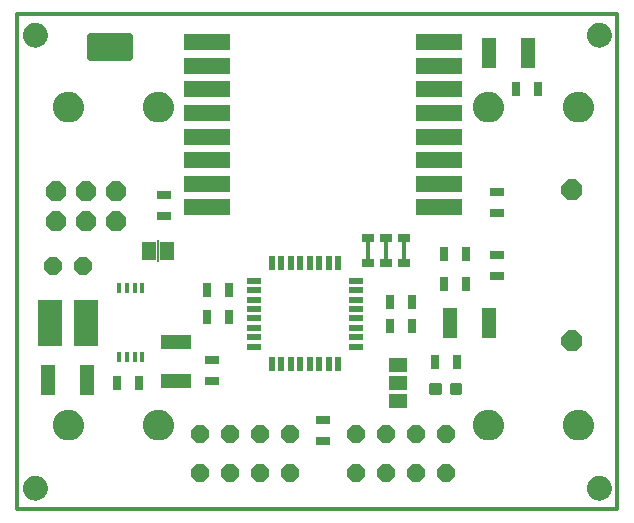
<source format=gts>
G75*
%MOIN*%
%OFA0B0*%
%FSLAX25Y25*%
%IPPOS*%
%LPD*%
%AMOC8*
5,1,8,0,0,1.08239X$1,22.5*
%
%ADD10C,0.00000*%
%ADD11C,0.07874*%
%ADD12C,0.01200*%
%ADD13R,0.15748X0.05512*%
%ADD14R,0.04724X0.09843*%
%ADD15R,0.09843X0.04724*%
%ADD16R,0.07874X0.15748*%
%ADD17R,0.01575X0.03543*%
%ADD18R,0.03150X0.04724*%
%ADD19R,0.04724X0.03150*%
%ADD20OC8,0.06000*%
%ADD21R,0.04600X0.06300*%
%ADD22R,0.00600X0.07200*%
%ADD23C,0.07000*%
%ADD24R,0.01575X0.06299*%
%ADD25R,0.03937X0.02756*%
%ADD26OC8,0.06600*%
%ADD27C,0.02362*%
%ADD28OC8,0.07000*%
%ADD29C,0.01181*%
%ADD30R,0.06300X0.04600*%
%ADD31R,0.05000X0.02200*%
%ADD32R,0.02200X0.05000*%
D10*
X0003863Y0008800D02*
X0003865Y0008925D01*
X0003871Y0009050D01*
X0003881Y0009174D01*
X0003895Y0009298D01*
X0003912Y0009422D01*
X0003934Y0009545D01*
X0003960Y0009667D01*
X0003989Y0009789D01*
X0004022Y0009909D01*
X0004060Y0010028D01*
X0004100Y0010147D01*
X0004145Y0010263D01*
X0004193Y0010378D01*
X0004245Y0010492D01*
X0004301Y0010604D01*
X0004360Y0010714D01*
X0004422Y0010822D01*
X0004488Y0010929D01*
X0004557Y0011033D01*
X0004630Y0011134D01*
X0004705Y0011234D01*
X0004784Y0011331D01*
X0004866Y0011425D01*
X0004951Y0011517D01*
X0005038Y0011606D01*
X0005129Y0011692D01*
X0005222Y0011775D01*
X0005318Y0011856D01*
X0005416Y0011933D01*
X0005516Y0012007D01*
X0005619Y0012078D01*
X0005724Y0012145D01*
X0005832Y0012210D01*
X0005941Y0012270D01*
X0006052Y0012328D01*
X0006165Y0012381D01*
X0006279Y0012431D01*
X0006395Y0012478D01*
X0006512Y0012520D01*
X0006631Y0012559D01*
X0006751Y0012595D01*
X0006872Y0012626D01*
X0006994Y0012654D01*
X0007116Y0012677D01*
X0007240Y0012697D01*
X0007364Y0012713D01*
X0007488Y0012725D01*
X0007613Y0012733D01*
X0007738Y0012737D01*
X0007862Y0012737D01*
X0007987Y0012733D01*
X0008112Y0012725D01*
X0008236Y0012713D01*
X0008360Y0012697D01*
X0008484Y0012677D01*
X0008606Y0012654D01*
X0008728Y0012626D01*
X0008849Y0012595D01*
X0008969Y0012559D01*
X0009088Y0012520D01*
X0009205Y0012478D01*
X0009321Y0012431D01*
X0009435Y0012381D01*
X0009548Y0012328D01*
X0009659Y0012270D01*
X0009769Y0012210D01*
X0009876Y0012145D01*
X0009981Y0012078D01*
X0010084Y0012007D01*
X0010184Y0011933D01*
X0010282Y0011856D01*
X0010378Y0011775D01*
X0010471Y0011692D01*
X0010562Y0011606D01*
X0010649Y0011517D01*
X0010734Y0011425D01*
X0010816Y0011331D01*
X0010895Y0011234D01*
X0010970Y0011134D01*
X0011043Y0011033D01*
X0011112Y0010929D01*
X0011178Y0010822D01*
X0011240Y0010714D01*
X0011299Y0010604D01*
X0011355Y0010492D01*
X0011407Y0010378D01*
X0011455Y0010263D01*
X0011500Y0010147D01*
X0011540Y0010028D01*
X0011578Y0009909D01*
X0011611Y0009789D01*
X0011640Y0009667D01*
X0011666Y0009545D01*
X0011688Y0009422D01*
X0011705Y0009298D01*
X0011719Y0009174D01*
X0011729Y0009050D01*
X0011735Y0008925D01*
X0011737Y0008800D01*
X0011735Y0008675D01*
X0011729Y0008550D01*
X0011719Y0008426D01*
X0011705Y0008302D01*
X0011688Y0008178D01*
X0011666Y0008055D01*
X0011640Y0007933D01*
X0011611Y0007811D01*
X0011578Y0007691D01*
X0011540Y0007572D01*
X0011500Y0007453D01*
X0011455Y0007337D01*
X0011407Y0007222D01*
X0011355Y0007108D01*
X0011299Y0006996D01*
X0011240Y0006886D01*
X0011178Y0006778D01*
X0011112Y0006671D01*
X0011043Y0006567D01*
X0010970Y0006466D01*
X0010895Y0006366D01*
X0010816Y0006269D01*
X0010734Y0006175D01*
X0010649Y0006083D01*
X0010562Y0005994D01*
X0010471Y0005908D01*
X0010378Y0005825D01*
X0010282Y0005744D01*
X0010184Y0005667D01*
X0010084Y0005593D01*
X0009981Y0005522D01*
X0009876Y0005455D01*
X0009768Y0005390D01*
X0009659Y0005330D01*
X0009548Y0005272D01*
X0009435Y0005219D01*
X0009321Y0005169D01*
X0009205Y0005122D01*
X0009088Y0005080D01*
X0008969Y0005041D01*
X0008849Y0005005D01*
X0008728Y0004974D01*
X0008606Y0004946D01*
X0008484Y0004923D01*
X0008360Y0004903D01*
X0008236Y0004887D01*
X0008112Y0004875D01*
X0007987Y0004867D01*
X0007862Y0004863D01*
X0007738Y0004863D01*
X0007613Y0004867D01*
X0007488Y0004875D01*
X0007364Y0004887D01*
X0007240Y0004903D01*
X0007116Y0004923D01*
X0006994Y0004946D01*
X0006872Y0004974D01*
X0006751Y0005005D01*
X0006631Y0005041D01*
X0006512Y0005080D01*
X0006395Y0005122D01*
X0006279Y0005169D01*
X0006165Y0005219D01*
X0006052Y0005272D01*
X0005941Y0005330D01*
X0005831Y0005390D01*
X0005724Y0005455D01*
X0005619Y0005522D01*
X0005516Y0005593D01*
X0005416Y0005667D01*
X0005318Y0005744D01*
X0005222Y0005825D01*
X0005129Y0005908D01*
X0005038Y0005994D01*
X0004951Y0006083D01*
X0004866Y0006175D01*
X0004784Y0006269D01*
X0004705Y0006366D01*
X0004630Y0006466D01*
X0004557Y0006567D01*
X0004488Y0006671D01*
X0004422Y0006778D01*
X0004360Y0006886D01*
X0004301Y0006996D01*
X0004245Y0007108D01*
X0004193Y0007222D01*
X0004145Y0007337D01*
X0004100Y0007453D01*
X0004060Y0007572D01*
X0004022Y0007691D01*
X0003989Y0007811D01*
X0003960Y0007933D01*
X0003934Y0008055D01*
X0003912Y0008178D01*
X0003895Y0008302D01*
X0003881Y0008426D01*
X0003871Y0008550D01*
X0003865Y0008675D01*
X0003863Y0008800D01*
X0003863Y0159800D02*
X0003865Y0159925D01*
X0003871Y0160050D01*
X0003881Y0160174D01*
X0003895Y0160298D01*
X0003912Y0160422D01*
X0003934Y0160545D01*
X0003960Y0160667D01*
X0003989Y0160789D01*
X0004022Y0160909D01*
X0004060Y0161028D01*
X0004100Y0161147D01*
X0004145Y0161263D01*
X0004193Y0161378D01*
X0004245Y0161492D01*
X0004301Y0161604D01*
X0004360Y0161714D01*
X0004422Y0161822D01*
X0004488Y0161929D01*
X0004557Y0162033D01*
X0004630Y0162134D01*
X0004705Y0162234D01*
X0004784Y0162331D01*
X0004866Y0162425D01*
X0004951Y0162517D01*
X0005038Y0162606D01*
X0005129Y0162692D01*
X0005222Y0162775D01*
X0005318Y0162856D01*
X0005416Y0162933D01*
X0005516Y0163007D01*
X0005619Y0163078D01*
X0005724Y0163145D01*
X0005832Y0163210D01*
X0005941Y0163270D01*
X0006052Y0163328D01*
X0006165Y0163381D01*
X0006279Y0163431D01*
X0006395Y0163478D01*
X0006512Y0163520D01*
X0006631Y0163559D01*
X0006751Y0163595D01*
X0006872Y0163626D01*
X0006994Y0163654D01*
X0007116Y0163677D01*
X0007240Y0163697D01*
X0007364Y0163713D01*
X0007488Y0163725D01*
X0007613Y0163733D01*
X0007738Y0163737D01*
X0007862Y0163737D01*
X0007987Y0163733D01*
X0008112Y0163725D01*
X0008236Y0163713D01*
X0008360Y0163697D01*
X0008484Y0163677D01*
X0008606Y0163654D01*
X0008728Y0163626D01*
X0008849Y0163595D01*
X0008969Y0163559D01*
X0009088Y0163520D01*
X0009205Y0163478D01*
X0009321Y0163431D01*
X0009435Y0163381D01*
X0009548Y0163328D01*
X0009659Y0163270D01*
X0009769Y0163210D01*
X0009876Y0163145D01*
X0009981Y0163078D01*
X0010084Y0163007D01*
X0010184Y0162933D01*
X0010282Y0162856D01*
X0010378Y0162775D01*
X0010471Y0162692D01*
X0010562Y0162606D01*
X0010649Y0162517D01*
X0010734Y0162425D01*
X0010816Y0162331D01*
X0010895Y0162234D01*
X0010970Y0162134D01*
X0011043Y0162033D01*
X0011112Y0161929D01*
X0011178Y0161822D01*
X0011240Y0161714D01*
X0011299Y0161604D01*
X0011355Y0161492D01*
X0011407Y0161378D01*
X0011455Y0161263D01*
X0011500Y0161147D01*
X0011540Y0161028D01*
X0011578Y0160909D01*
X0011611Y0160789D01*
X0011640Y0160667D01*
X0011666Y0160545D01*
X0011688Y0160422D01*
X0011705Y0160298D01*
X0011719Y0160174D01*
X0011729Y0160050D01*
X0011735Y0159925D01*
X0011737Y0159800D01*
X0011735Y0159675D01*
X0011729Y0159550D01*
X0011719Y0159426D01*
X0011705Y0159302D01*
X0011688Y0159178D01*
X0011666Y0159055D01*
X0011640Y0158933D01*
X0011611Y0158811D01*
X0011578Y0158691D01*
X0011540Y0158572D01*
X0011500Y0158453D01*
X0011455Y0158337D01*
X0011407Y0158222D01*
X0011355Y0158108D01*
X0011299Y0157996D01*
X0011240Y0157886D01*
X0011178Y0157778D01*
X0011112Y0157671D01*
X0011043Y0157567D01*
X0010970Y0157466D01*
X0010895Y0157366D01*
X0010816Y0157269D01*
X0010734Y0157175D01*
X0010649Y0157083D01*
X0010562Y0156994D01*
X0010471Y0156908D01*
X0010378Y0156825D01*
X0010282Y0156744D01*
X0010184Y0156667D01*
X0010084Y0156593D01*
X0009981Y0156522D01*
X0009876Y0156455D01*
X0009768Y0156390D01*
X0009659Y0156330D01*
X0009548Y0156272D01*
X0009435Y0156219D01*
X0009321Y0156169D01*
X0009205Y0156122D01*
X0009088Y0156080D01*
X0008969Y0156041D01*
X0008849Y0156005D01*
X0008728Y0155974D01*
X0008606Y0155946D01*
X0008484Y0155923D01*
X0008360Y0155903D01*
X0008236Y0155887D01*
X0008112Y0155875D01*
X0007987Y0155867D01*
X0007862Y0155863D01*
X0007738Y0155863D01*
X0007613Y0155867D01*
X0007488Y0155875D01*
X0007364Y0155887D01*
X0007240Y0155903D01*
X0007116Y0155923D01*
X0006994Y0155946D01*
X0006872Y0155974D01*
X0006751Y0156005D01*
X0006631Y0156041D01*
X0006512Y0156080D01*
X0006395Y0156122D01*
X0006279Y0156169D01*
X0006165Y0156219D01*
X0006052Y0156272D01*
X0005941Y0156330D01*
X0005831Y0156390D01*
X0005724Y0156455D01*
X0005619Y0156522D01*
X0005516Y0156593D01*
X0005416Y0156667D01*
X0005318Y0156744D01*
X0005222Y0156825D01*
X0005129Y0156908D01*
X0005038Y0156994D01*
X0004951Y0157083D01*
X0004866Y0157175D01*
X0004784Y0157269D01*
X0004705Y0157366D01*
X0004630Y0157466D01*
X0004557Y0157567D01*
X0004488Y0157671D01*
X0004422Y0157778D01*
X0004360Y0157886D01*
X0004301Y0157996D01*
X0004245Y0158108D01*
X0004193Y0158222D01*
X0004145Y0158337D01*
X0004100Y0158453D01*
X0004060Y0158572D01*
X0004022Y0158691D01*
X0003989Y0158811D01*
X0003960Y0158933D01*
X0003934Y0159055D01*
X0003912Y0159178D01*
X0003895Y0159302D01*
X0003881Y0159426D01*
X0003871Y0159550D01*
X0003865Y0159675D01*
X0003863Y0159800D01*
X0191863Y0159800D02*
X0191865Y0159925D01*
X0191871Y0160050D01*
X0191881Y0160174D01*
X0191895Y0160298D01*
X0191912Y0160422D01*
X0191934Y0160545D01*
X0191960Y0160667D01*
X0191989Y0160789D01*
X0192022Y0160909D01*
X0192060Y0161028D01*
X0192100Y0161147D01*
X0192145Y0161263D01*
X0192193Y0161378D01*
X0192245Y0161492D01*
X0192301Y0161604D01*
X0192360Y0161714D01*
X0192422Y0161822D01*
X0192488Y0161929D01*
X0192557Y0162033D01*
X0192630Y0162134D01*
X0192705Y0162234D01*
X0192784Y0162331D01*
X0192866Y0162425D01*
X0192951Y0162517D01*
X0193038Y0162606D01*
X0193129Y0162692D01*
X0193222Y0162775D01*
X0193318Y0162856D01*
X0193416Y0162933D01*
X0193516Y0163007D01*
X0193619Y0163078D01*
X0193724Y0163145D01*
X0193832Y0163210D01*
X0193941Y0163270D01*
X0194052Y0163328D01*
X0194165Y0163381D01*
X0194279Y0163431D01*
X0194395Y0163478D01*
X0194512Y0163520D01*
X0194631Y0163559D01*
X0194751Y0163595D01*
X0194872Y0163626D01*
X0194994Y0163654D01*
X0195116Y0163677D01*
X0195240Y0163697D01*
X0195364Y0163713D01*
X0195488Y0163725D01*
X0195613Y0163733D01*
X0195738Y0163737D01*
X0195862Y0163737D01*
X0195987Y0163733D01*
X0196112Y0163725D01*
X0196236Y0163713D01*
X0196360Y0163697D01*
X0196484Y0163677D01*
X0196606Y0163654D01*
X0196728Y0163626D01*
X0196849Y0163595D01*
X0196969Y0163559D01*
X0197088Y0163520D01*
X0197205Y0163478D01*
X0197321Y0163431D01*
X0197435Y0163381D01*
X0197548Y0163328D01*
X0197659Y0163270D01*
X0197769Y0163210D01*
X0197876Y0163145D01*
X0197981Y0163078D01*
X0198084Y0163007D01*
X0198184Y0162933D01*
X0198282Y0162856D01*
X0198378Y0162775D01*
X0198471Y0162692D01*
X0198562Y0162606D01*
X0198649Y0162517D01*
X0198734Y0162425D01*
X0198816Y0162331D01*
X0198895Y0162234D01*
X0198970Y0162134D01*
X0199043Y0162033D01*
X0199112Y0161929D01*
X0199178Y0161822D01*
X0199240Y0161714D01*
X0199299Y0161604D01*
X0199355Y0161492D01*
X0199407Y0161378D01*
X0199455Y0161263D01*
X0199500Y0161147D01*
X0199540Y0161028D01*
X0199578Y0160909D01*
X0199611Y0160789D01*
X0199640Y0160667D01*
X0199666Y0160545D01*
X0199688Y0160422D01*
X0199705Y0160298D01*
X0199719Y0160174D01*
X0199729Y0160050D01*
X0199735Y0159925D01*
X0199737Y0159800D01*
X0199735Y0159675D01*
X0199729Y0159550D01*
X0199719Y0159426D01*
X0199705Y0159302D01*
X0199688Y0159178D01*
X0199666Y0159055D01*
X0199640Y0158933D01*
X0199611Y0158811D01*
X0199578Y0158691D01*
X0199540Y0158572D01*
X0199500Y0158453D01*
X0199455Y0158337D01*
X0199407Y0158222D01*
X0199355Y0158108D01*
X0199299Y0157996D01*
X0199240Y0157886D01*
X0199178Y0157778D01*
X0199112Y0157671D01*
X0199043Y0157567D01*
X0198970Y0157466D01*
X0198895Y0157366D01*
X0198816Y0157269D01*
X0198734Y0157175D01*
X0198649Y0157083D01*
X0198562Y0156994D01*
X0198471Y0156908D01*
X0198378Y0156825D01*
X0198282Y0156744D01*
X0198184Y0156667D01*
X0198084Y0156593D01*
X0197981Y0156522D01*
X0197876Y0156455D01*
X0197768Y0156390D01*
X0197659Y0156330D01*
X0197548Y0156272D01*
X0197435Y0156219D01*
X0197321Y0156169D01*
X0197205Y0156122D01*
X0197088Y0156080D01*
X0196969Y0156041D01*
X0196849Y0156005D01*
X0196728Y0155974D01*
X0196606Y0155946D01*
X0196484Y0155923D01*
X0196360Y0155903D01*
X0196236Y0155887D01*
X0196112Y0155875D01*
X0195987Y0155867D01*
X0195862Y0155863D01*
X0195738Y0155863D01*
X0195613Y0155867D01*
X0195488Y0155875D01*
X0195364Y0155887D01*
X0195240Y0155903D01*
X0195116Y0155923D01*
X0194994Y0155946D01*
X0194872Y0155974D01*
X0194751Y0156005D01*
X0194631Y0156041D01*
X0194512Y0156080D01*
X0194395Y0156122D01*
X0194279Y0156169D01*
X0194165Y0156219D01*
X0194052Y0156272D01*
X0193941Y0156330D01*
X0193831Y0156390D01*
X0193724Y0156455D01*
X0193619Y0156522D01*
X0193516Y0156593D01*
X0193416Y0156667D01*
X0193318Y0156744D01*
X0193222Y0156825D01*
X0193129Y0156908D01*
X0193038Y0156994D01*
X0192951Y0157083D01*
X0192866Y0157175D01*
X0192784Y0157269D01*
X0192705Y0157366D01*
X0192630Y0157466D01*
X0192557Y0157567D01*
X0192488Y0157671D01*
X0192422Y0157778D01*
X0192360Y0157886D01*
X0192301Y0157996D01*
X0192245Y0158108D01*
X0192193Y0158222D01*
X0192145Y0158337D01*
X0192100Y0158453D01*
X0192060Y0158572D01*
X0192022Y0158691D01*
X0191989Y0158811D01*
X0191960Y0158933D01*
X0191934Y0159055D01*
X0191912Y0159178D01*
X0191895Y0159302D01*
X0191881Y0159426D01*
X0191871Y0159550D01*
X0191865Y0159675D01*
X0191863Y0159800D01*
X0191863Y0008800D02*
X0191865Y0008925D01*
X0191871Y0009050D01*
X0191881Y0009174D01*
X0191895Y0009298D01*
X0191912Y0009422D01*
X0191934Y0009545D01*
X0191960Y0009667D01*
X0191989Y0009789D01*
X0192022Y0009909D01*
X0192060Y0010028D01*
X0192100Y0010147D01*
X0192145Y0010263D01*
X0192193Y0010378D01*
X0192245Y0010492D01*
X0192301Y0010604D01*
X0192360Y0010714D01*
X0192422Y0010822D01*
X0192488Y0010929D01*
X0192557Y0011033D01*
X0192630Y0011134D01*
X0192705Y0011234D01*
X0192784Y0011331D01*
X0192866Y0011425D01*
X0192951Y0011517D01*
X0193038Y0011606D01*
X0193129Y0011692D01*
X0193222Y0011775D01*
X0193318Y0011856D01*
X0193416Y0011933D01*
X0193516Y0012007D01*
X0193619Y0012078D01*
X0193724Y0012145D01*
X0193832Y0012210D01*
X0193941Y0012270D01*
X0194052Y0012328D01*
X0194165Y0012381D01*
X0194279Y0012431D01*
X0194395Y0012478D01*
X0194512Y0012520D01*
X0194631Y0012559D01*
X0194751Y0012595D01*
X0194872Y0012626D01*
X0194994Y0012654D01*
X0195116Y0012677D01*
X0195240Y0012697D01*
X0195364Y0012713D01*
X0195488Y0012725D01*
X0195613Y0012733D01*
X0195738Y0012737D01*
X0195862Y0012737D01*
X0195987Y0012733D01*
X0196112Y0012725D01*
X0196236Y0012713D01*
X0196360Y0012697D01*
X0196484Y0012677D01*
X0196606Y0012654D01*
X0196728Y0012626D01*
X0196849Y0012595D01*
X0196969Y0012559D01*
X0197088Y0012520D01*
X0197205Y0012478D01*
X0197321Y0012431D01*
X0197435Y0012381D01*
X0197548Y0012328D01*
X0197659Y0012270D01*
X0197769Y0012210D01*
X0197876Y0012145D01*
X0197981Y0012078D01*
X0198084Y0012007D01*
X0198184Y0011933D01*
X0198282Y0011856D01*
X0198378Y0011775D01*
X0198471Y0011692D01*
X0198562Y0011606D01*
X0198649Y0011517D01*
X0198734Y0011425D01*
X0198816Y0011331D01*
X0198895Y0011234D01*
X0198970Y0011134D01*
X0199043Y0011033D01*
X0199112Y0010929D01*
X0199178Y0010822D01*
X0199240Y0010714D01*
X0199299Y0010604D01*
X0199355Y0010492D01*
X0199407Y0010378D01*
X0199455Y0010263D01*
X0199500Y0010147D01*
X0199540Y0010028D01*
X0199578Y0009909D01*
X0199611Y0009789D01*
X0199640Y0009667D01*
X0199666Y0009545D01*
X0199688Y0009422D01*
X0199705Y0009298D01*
X0199719Y0009174D01*
X0199729Y0009050D01*
X0199735Y0008925D01*
X0199737Y0008800D01*
X0199735Y0008675D01*
X0199729Y0008550D01*
X0199719Y0008426D01*
X0199705Y0008302D01*
X0199688Y0008178D01*
X0199666Y0008055D01*
X0199640Y0007933D01*
X0199611Y0007811D01*
X0199578Y0007691D01*
X0199540Y0007572D01*
X0199500Y0007453D01*
X0199455Y0007337D01*
X0199407Y0007222D01*
X0199355Y0007108D01*
X0199299Y0006996D01*
X0199240Y0006886D01*
X0199178Y0006778D01*
X0199112Y0006671D01*
X0199043Y0006567D01*
X0198970Y0006466D01*
X0198895Y0006366D01*
X0198816Y0006269D01*
X0198734Y0006175D01*
X0198649Y0006083D01*
X0198562Y0005994D01*
X0198471Y0005908D01*
X0198378Y0005825D01*
X0198282Y0005744D01*
X0198184Y0005667D01*
X0198084Y0005593D01*
X0197981Y0005522D01*
X0197876Y0005455D01*
X0197768Y0005390D01*
X0197659Y0005330D01*
X0197548Y0005272D01*
X0197435Y0005219D01*
X0197321Y0005169D01*
X0197205Y0005122D01*
X0197088Y0005080D01*
X0196969Y0005041D01*
X0196849Y0005005D01*
X0196728Y0004974D01*
X0196606Y0004946D01*
X0196484Y0004923D01*
X0196360Y0004903D01*
X0196236Y0004887D01*
X0196112Y0004875D01*
X0195987Y0004867D01*
X0195862Y0004863D01*
X0195738Y0004863D01*
X0195613Y0004867D01*
X0195488Y0004875D01*
X0195364Y0004887D01*
X0195240Y0004903D01*
X0195116Y0004923D01*
X0194994Y0004946D01*
X0194872Y0004974D01*
X0194751Y0005005D01*
X0194631Y0005041D01*
X0194512Y0005080D01*
X0194395Y0005122D01*
X0194279Y0005169D01*
X0194165Y0005219D01*
X0194052Y0005272D01*
X0193941Y0005330D01*
X0193831Y0005390D01*
X0193724Y0005455D01*
X0193619Y0005522D01*
X0193516Y0005593D01*
X0193416Y0005667D01*
X0193318Y0005744D01*
X0193222Y0005825D01*
X0193129Y0005908D01*
X0193038Y0005994D01*
X0192951Y0006083D01*
X0192866Y0006175D01*
X0192784Y0006269D01*
X0192705Y0006366D01*
X0192630Y0006466D01*
X0192557Y0006567D01*
X0192488Y0006671D01*
X0192422Y0006778D01*
X0192360Y0006886D01*
X0192301Y0006996D01*
X0192245Y0007108D01*
X0192193Y0007222D01*
X0192145Y0007337D01*
X0192100Y0007453D01*
X0192060Y0007572D01*
X0192022Y0007691D01*
X0191989Y0007811D01*
X0191960Y0007933D01*
X0191934Y0008055D01*
X0191912Y0008178D01*
X0191895Y0008302D01*
X0191881Y0008426D01*
X0191871Y0008550D01*
X0191865Y0008675D01*
X0191863Y0008800D01*
D11*
X0195800Y0008800D03*
X0195800Y0159800D03*
X0007800Y0159800D03*
X0007800Y0008800D03*
D12*
X0001800Y0001800D02*
X0001800Y0166800D01*
X0201800Y0166800D01*
X0201800Y0001800D01*
X0001800Y0001800D01*
D13*
X0065020Y0102241D03*
X0065020Y0110115D03*
X0065020Y0117989D03*
X0065020Y0125863D03*
X0065020Y0133737D03*
X0065020Y0141611D03*
X0065020Y0149485D03*
X0065020Y0157359D03*
X0142580Y0157359D03*
X0142580Y0149485D03*
X0142580Y0141611D03*
X0142580Y0133737D03*
X0142580Y0125863D03*
X0142580Y0117989D03*
X0142580Y0110115D03*
X0142580Y0102241D03*
D14*
X0146304Y0063800D03*
X0159296Y0063800D03*
X0159304Y0153800D03*
X0172296Y0153800D03*
X0025296Y0044800D03*
X0012304Y0044800D03*
D15*
X0054800Y0044304D03*
X0054800Y0057296D03*
D16*
X0024706Y0063800D03*
X0012894Y0063800D03*
D17*
X0035961Y0052383D03*
X0038520Y0052383D03*
X0041080Y0052383D03*
X0043639Y0052383D03*
X0043639Y0075217D03*
X0041080Y0075217D03*
X0038520Y0075217D03*
X0035961Y0075217D03*
D18*
X0065257Y0074800D03*
X0072343Y0074800D03*
X0072343Y0065800D03*
X0065257Y0065800D03*
X0042343Y0043800D03*
X0035257Y0043800D03*
X0126257Y0062800D03*
X0133343Y0062800D03*
X0133343Y0070800D03*
X0126257Y0070800D03*
X0144257Y0076800D03*
X0151343Y0076800D03*
X0151343Y0086800D03*
X0144257Y0086800D03*
X0141257Y0050800D03*
X0148343Y0050800D03*
X0168257Y0141800D03*
X0175343Y0141800D03*
D19*
X0161800Y0107343D03*
X0161800Y0100257D03*
X0161800Y0086343D03*
X0161800Y0079257D03*
X0103800Y0031343D03*
X0103800Y0024257D03*
X0066800Y0044257D03*
X0066800Y0051343D03*
X0050800Y0099257D03*
X0050800Y0106343D03*
D20*
X0023800Y0082800D03*
X0013800Y0082800D03*
X0062800Y0026800D03*
X0072800Y0026800D03*
X0082800Y0026800D03*
X0092800Y0026800D03*
X0092800Y0013800D03*
X0082800Y0013800D03*
X0072800Y0013800D03*
X0062800Y0013800D03*
X0114800Y0013800D03*
X0124800Y0013800D03*
X0134800Y0013800D03*
X0144800Y0013800D03*
X0144800Y0026800D03*
X0134800Y0026800D03*
X0124800Y0026800D03*
X0114800Y0026800D03*
D21*
X0051800Y0087800D03*
X0045800Y0087800D03*
D22*
X0048800Y0087800D03*
D23*
X0047219Y0135800D02*
X0047221Y0135879D01*
X0047227Y0135959D01*
X0047237Y0136038D01*
X0047251Y0136116D01*
X0047269Y0136193D01*
X0047290Y0136270D01*
X0047316Y0136345D01*
X0047345Y0136419D01*
X0047378Y0136491D01*
X0047415Y0136562D01*
X0047455Y0136630D01*
X0047498Y0136697D01*
X0047545Y0136761D01*
X0047595Y0136823D01*
X0047648Y0136882D01*
X0047703Y0136939D01*
X0047762Y0136992D01*
X0047823Y0137043D01*
X0047887Y0137091D01*
X0047953Y0137135D01*
X0048021Y0137176D01*
X0048091Y0137213D01*
X0048163Y0137247D01*
X0048237Y0137277D01*
X0048311Y0137304D01*
X0048388Y0137326D01*
X0048465Y0137345D01*
X0048543Y0137360D01*
X0048622Y0137371D01*
X0048701Y0137378D01*
X0048780Y0137381D01*
X0048860Y0137380D01*
X0048939Y0137375D01*
X0049018Y0137366D01*
X0049096Y0137353D01*
X0049174Y0137336D01*
X0049251Y0137315D01*
X0049326Y0137291D01*
X0049400Y0137263D01*
X0049473Y0137231D01*
X0049544Y0137195D01*
X0049613Y0137156D01*
X0049680Y0137113D01*
X0049745Y0137067D01*
X0049808Y0137018D01*
X0049868Y0136966D01*
X0049925Y0136911D01*
X0049979Y0136853D01*
X0050031Y0136792D01*
X0050079Y0136729D01*
X0050124Y0136664D01*
X0050166Y0136596D01*
X0050204Y0136527D01*
X0050239Y0136455D01*
X0050270Y0136382D01*
X0050297Y0136307D01*
X0050321Y0136232D01*
X0050341Y0136155D01*
X0050357Y0136077D01*
X0050369Y0135998D01*
X0050377Y0135919D01*
X0050381Y0135840D01*
X0050381Y0135760D01*
X0050377Y0135681D01*
X0050369Y0135602D01*
X0050357Y0135523D01*
X0050341Y0135445D01*
X0050321Y0135368D01*
X0050297Y0135293D01*
X0050270Y0135218D01*
X0050239Y0135145D01*
X0050204Y0135073D01*
X0050166Y0135004D01*
X0050124Y0134936D01*
X0050079Y0134871D01*
X0050031Y0134808D01*
X0049979Y0134747D01*
X0049925Y0134689D01*
X0049868Y0134634D01*
X0049808Y0134582D01*
X0049745Y0134533D01*
X0049680Y0134487D01*
X0049613Y0134444D01*
X0049544Y0134405D01*
X0049473Y0134369D01*
X0049400Y0134337D01*
X0049326Y0134309D01*
X0049251Y0134285D01*
X0049174Y0134264D01*
X0049096Y0134247D01*
X0049018Y0134234D01*
X0048939Y0134225D01*
X0048860Y0134220D01*
X0048780Y0134219D01*
X0048701Y0134222D01*
X0048622Y0134229D01*
X0048543Y0134240D01*
X0048465Y0134255D01*
X0048388Y0134274D01*
X0048311Y0134296D01*
X0048237Y0134323D01*
X0048163Y0134353D01*
X0048091Y0134387D01*
X0048021Y0134424D01*
X0047953Y0134465D01*
X0047887Y0134509D01*
X0047823Y0134557D01*
X0047762Y0134608D01*
X0047703Y0134661D01*
X0047648Y0134718D01*
X0047595Y0134777D01*
X0047545Y0134839D01*
X0047498Y0134903D01*
X0047455Y0134970D01*
X0047415Y0135038D01*
X0047378Y0135109D01*
X0047345Y0135181D01*
X0047316Y0135255D01*
X0047290Y0135330D01*
X0047269Y0135407D01*
X0047251Y0135484D01*
X0047237Y0135562D01*
X0047227Y0135641D01*
X0047221Y0135721D01*
X0047219Y0135800D01*
X0017219Y0135800D02*
X0017221Y0135879D01*
X0017227Y0135959D01*
X0017237Y0136038D01*
X0017251Y0136116D01*
X0017269Y0136193D01*
X0017290Y0136270D01*
X0017316Y0136345D01*
X0017345Y0136419D01*
X0017378Y0136491D01*
X0017415Y0136562D01*
X0017455Y0136630D01*
X0017498Y0136697D01*
X0017545Y0136761D01*
X0017595Y0136823D01*
X0017648Y0136882D01*
X0017703Y0136939D01*
X0017762Y0136992D01*
X0017823Y0137043D01*
X0017887Y0137091D01*
X0017953Y0137135D01*
X0018021Y0137176D01*
X0018091Y0137213D01*
X0018163Y0137247D01*
X0018237Y0137277D01*
X0018311Y0137304D01*
X0018388Y0137326D01*
X0018465Y0137345D01*
X0018543Y0137360D01*
X0018622Y0137371D01*
X0018701Y0137378D01*
X0018780Y0137381D01*
X0018860Y0137380D01*
X0018939Y0137375D01*
X0019018Y0137366D01*
X0019096Y0137353D01*
X0019174Y0137336D01*
X0019251Y0137315D01*
X0019326Y0137291D01*
X0019400Y0137263D01*
X0019473Y0137231D01*
X0019544Y0137195D01*
X0019613Y0137156D01*
X0019680Y0137113D01*
X0019745Y0137067D01*
X0019808Y0137018D01*
X0019868Y0136966D01*
X0019925Y0136911D01*
X0019979Y0136853D01*
X0020031Y0136792D01*
X0020079Y0136729D01*
X0020124Y0136664D01*
X0020166Y0136596D01*
X0020204Y0136527D01*
X0020239Y0136455D01*
X0020270Y0136382D01*
X0020297Y0136307D01*
X0020321Y0136232D01*
X0020341Y0136155D01*
X0020357Y0136077D01*
X0020369Y0135998D01*
X0020377Y0135919D01*
X0020381Y0135840D01*
X0020381Y0135760D01*
X0020377Y0135681D01*
X0020369Y0135602D01*
X0020357Y0135523D01*
X0020341Y0135445D01*
X0020321Y0135368D01*
X0020297Y0135293D01*
X0020270Y0135218D01*
X0020239Y0135145D01*
X0020204Y0135073D01*
X0020166Y0135004D01*
X0020124Y0134936D01*
X0020079Y0134871D01*
X0020031Y0134808D01*
X0019979Y0134747D01*
X0019925Y0134689D01*
X0019868Y0134634D01*
X0019808Y0134582D01*
X0019745Y0134533D01*
X0019680Y0134487D01*
X0019613Y0134444D01*
X0019544Y0134405D01*
X0019473Y0134369D01*
X0019400Y0134337D01*
X0019326Y0134309D01*
X0019251Y0134285D01*
X0019174Y0134264D01*
X0019096Y0134247D01*
X0019018Y0134234D01*
X0018939Y0134225D01*
X0018860Y0134220D01*
X0018780Y0134219D01*
X0018701Y0134222D01*
X0018622Y0134229D01*
X0018543Y0134240D01*
X0018465Y0134255D01*
X0018388Y0134274D01*
X0018311Y0134296D01*
X0018237Y0134323D01*
X0018163Y0134353D01*
X0018091Y0134387D01*
X0018021Y0134424D01*
X0017953Y0134465D01*
X0017887Y0134509D01*
X0017823Y0134557D01*
X0017762Y0134608D01*
X0017703Y0134661D01*
X0017648Y0134718D01*
X0017595Y0134777D01*
X0017545Y0134839D01*
X0017498Y0134903D01*
X0017455Y0134970D01*
X0017415Y0135038D01*
X0017378Y0135109D01*
X0017345Y0135181D01*
X0017316Y0135255D01*
X0017290Y0135330D01*
X0017269Y0135407D01*
X0017251Y0135484D01*
X0017237Y0135562D01*
X0017227Y0135641D01*
X0017221Y0135721D01*
X0017219Y0135800D01*
X0017219Y0029800D02*
X0017221Y0029879D01*
X0017227Y0029959D01*
X0017237Y0030038D01*
X0017251Y0030116D01*
X0017269Y0030193D01*
X0017290Y0030270D01*
X0017316Y0030345D01*
X0017345Y0030419D01*
X0017378Y0030491D01*
X0017415Y0030562D01*
X0017455Y0030630D01*
X0017498Y0030697D01*
X0017545Y0030761D01*
X0017595Y0030823D01*
X0017648Y0030882D01*
X0017703Y0030939D01*
X0017762Y0030992D01*
X0017823Y0031043D01*
X0017887Y0031091D01*
X0017953Y0031135D01*
X0018021Y0031176D01*
X0018091Y0031213D01*
X0018163Y0031247D01*
X0018237Y0031277D01*
X0018311Y0031304D01*
X0018388Y0031326D01*
X0018465Y0031345D01*
X0018543Y0031360D01*
X0018622Y0031371D01*
X0018701Y0031378D01*
X0018780Y0031381D01*
X0018860Y0031380D01*
X0018939Y0031375D01*
X0019018Y0031366D01*
X0019096Y0031353D01*
X0019174Y0031336D01*
X0019251Y0031315D01*
X0019326Y0031291D01*
X0019400Y0031263D01*
X0019473Y0031231D01*
X0019544Y0031195D01*
X0019613Y0031156D01*
X0019680Y0031113D01*
X0019745Y0031067D01*
X0019808Y0031018D01*
X0019868Y0030966D01*
X0019925Y0030911D01*
X0019979Y0030853D01*
X0020031Y0030792D01*
X0020079Y0030729D01*
X0020124Y0030664D01*
X0020166Y0030596D01*
X0020204Y0030527D01*
X0020239Y0030455D01*
X0020270Y0030382D01*
X0020297Y0030307D01*
X0020321Y0030232D01*
X0020341Y0030155D01*
X0020357Y0030077D01*
X0020369Y0029998D01*
X0020377Y0029919D01*
X0020381Y0029840D01*
X0020381Y0029760D01*
X0020377Y0029681D01*
X0020369Y0029602D01*
X0020357Y0029523D01*
X0020341Y0029445D01*
X0020321Y0029368D01*
X0020297Y0029293D01*
X0020270Y0029218D01*
X0020239Y0029145D01*
X0020204Y0029073D01*
X0020166Y0029004D01*
X0020124Y0028936D01*
X0020079Y0028871D01*
X0020031Y0028808D01*
X0019979Y0028747D01*
X0019925Y0028689D01*
X0019868Y0028634D01*
X0019808Y0028582D01*
X0019745Y0028533D01*
X0019680Y0028487D01*
X0019613Y0028444D01*
X0019544Y0028405D01*
X0019473Y0028369D01*
X0019400Y0028337D01*
X0019326Y0028309D01*
X0019251Y0028285D01*
X0019174Y0028264D01*
X0019096Y0028247D01*
X0019018Y0028234D01*
X0018939Y0028225D01*
X0018860Y0028220D01*
X0018780Y0028219D01*
X0018701Y0028222D01*
X0018622Y0028229D01*
X0018543Y0028240D01*
X0018465Y0028255D01*
X0018388Y0028274D01*
X0018311Y0028296D01*
X0018237Y0028323D01*
X0018163Y0028353D01*
X0018091Y0028387D01*
X0018021Y0028424D01*
X0017953Y0028465D01*
X0017887Y0028509D01*
X0017823Y0028557D01*
X0017762Y0028608D01*
X0017703Y0028661D01*
X0017648Y0028718D01*
X0017595Y0028777D01*
X0017545Y0028839D01*
X0017498Y0028903D01*
X0017455Y0028970D01*
X0017415Y0029038D01*
X0017378Y0029109D01*
X0017345Y0029181D01*
X0017316Y0029255D01*
X0017290Y0029330D01*
X0017269Y0029407D01*
X0017251Y0029484D01*
X0017237Y0029562D01*
X0017227Y0029641D01*
X0017221Y0029721D01*
X0017219Y0029800D01*
X0047219Y0029800D02*
X0047221Y0029879D01*
X0047227Y0029959D01*
X0047237Y0030038D01*
X0047251Y0030116D01*
X0047269Y0030193D01*
X0047290Y0030270D01*
X0047316Y0030345D01*
X0047345Y0030419D01*
X0047378Y0030491D01*
X0047415Y0030562D01*
X0047455Y0030630D01*
X0047498Y0030697D01*
X0047545Y0030761D01*
X0047595Y0030823D01*
X0047648Y0030882D01*
X0047703Y0030939D01*
X0047762Y0030992D01*
X0047823Y0031043D01*
X0047887Y0031091D01*
X0047953Y0031135D01*
X0048021Y0031176D01*
X0048091Y0031213D01*
X0048163Y0031247D01*
X0048237Y0031277D01*
X0048311Y0031304D01*
X0048388Y0031326D01*
X0048465Y0031345D01*
X0048543Y0031360D01*
X0048622Y0031371D01*
X0048701Y0031378D01*
X0048780Y0031381D01*
X0048860Y0031380D01*
X0048939Y0031375D01*
X0049018Y0031366D01*
X0049096Y0031353D01*
X0049174Y0031336D01*
X0049251Y0031315D01*
X0049326Y0031291D01*
X0049400Y0031263D01*
X0049473Y0031231D01*
X0049544Y0031195D01*
X0049613Y0031156D01*
X0049680Y0031113D01*
X0049745Y0031067D01*
X0049808Y0031018D01*
X0049868Y0030966D01*
X0049925Y0030911D01*
X0049979Y0030853D01*
X0050031Y0030792D01*
X0050079Y0030729D01*
X0050124Y0030664D01*
X0050166Y0030596D01*
X0050204Y0030527D01*
X0050239Y0030455D01*
X0050270Y0030382D01*
X0050297Y0030307D01*
X0050321Y0030232D01*
X0050341Y0030155D01*
X0050357Y0030077D01*
X0050369Y0029998D01*
X0050377Y0029919D01*
X0050381Y0029840D01*
X0050381Y0029760D01*
X0050377Y0029681D01*
X0050369Y0029602D01*
X0050357Y0029523D01*
X0050341Y0029445D01*
X0050321Y0029368D01*
X0050297Y0029293D01*
X0050270Y0029218D01*
X0050239Y0029145D01*
X0050204Y0029073D01*
X0050166Y0029004D01*
X0050124Y0028936D01*
X0050079Y0028871D01*
X0050031Y0028808D01*
X0049979Y0028747D01*
X0049925Y0028689D01*
X0049868Y0028634D01*
X0049808Y0028582D01*
X0049745Y0028533D01*
X0049680Y0028487D01*
X0049613Y0028444D01*
X0049544Y0028405D01*
X0049473Y0028369D01*
X0049400Y0028337D01*
X0049326Y0028309D01*
X0049251Y0028285D01*
X0049174Y0028264D01*
X0049096Y0028247D01*
X0049018Y0028234D01*
X0048939Y0028225D01*
X0048860Y0028220D01*
X0048780Y0028219D01*
X0048701Y0028222D01*
X0048622Y0028229D01*
X0048543Y0028240D01*
X0048465Y0028255D01*
X0048388Y0028274D01*
X0048311Y0028296D01*
X0048237Y0028323D01*
X0048163Y0028353D01*
X0048091Y0028387D01*
X0048021Y0028424D01*
X0047953Y0028465D01*
X0047887Y0028509D01*
X0047823Y0028557D01*
X0047762Y0028608D01*
X0047703Y0028661D01*
X0047648Y0028718D01*
X0047595Y0028777D01*
X0047545Y0028839D01*
X0047498Y0028903D01*
X0047455Y0028970D01*
X0047415Y0029038D01*
X0047378Y0029109D01*
X0047345Y0029181D01*
X0047316Y0029255D01*
X0047290Y0029330D01*
X0047269Y0029407D01*
X0047251Y0029484D01*
X0047237Y0029562D01*
X0047227Y0029641D01*
X0047221Y0029721D01*
X0047219Y0029800D01*
X0157219Y0029800D02*
X0157221Y0029879D01*
X0157227Y0029959D01*
X0157237Y0030038D01*
X0157251Y0030116D01*
X0157269Y0030193D01*
X0157290Y0030270D01*
X0157316Y0030345D01*
X0157345Y0030419D01*
X0157378Y0030491D01*
X0157415Y0030562D01*
X0157455Y0030630D01*
X0157498Y0030697D01*
X0157545Y0030761D01*
X0157595Y0030823D01*
X0157648Y0030882D01*
X0157703Y0030939D01*
X0157762Y0030992D01*
X0157823Y0031043D01*
X0157887Y0031091D01*
X0157953Y0031135D01*
X0158021Y0031176D01*
X0158091Y0031213D01*
X0158163Y0031247D01*
X0158237Y0031277D01*
X0158311Y0031304D01*
X0158388Y0031326D01*
X0158465Y0031345D01*
X0158543Y0031360D01*
X0158622Y0031371D01*
X0158701Y0031378D01*
X0158780Y0031381D01*
X0158860Y0031380D01*
X0158939Y0031375D01*
X0159018Y0031366D01*
X0159096Y0031353D01*
X0159174Y0031336D01*
X0159251Y0031315D01*
X0159326Y0031291D01*
X0159400Y0031263D01*
X0159473Y0031231D01*
X0159544Y0031195D01*
X0159613Y0031156D01*
X0159680Y0031113D01*
X0159745Y0031067D01*
X0159808Y0031018D01*
X0159868Y0030966D01*
X0159925Y0030911D01*
X0159979Y0030853D01*
X0160031Y0030792D01*
X0160079Y0030729D01*
X0160124Y0030664D01*
X0160166Y0030596D01*
X0160204Y0030527D01*
X0160239Y0030455D01*
X0160270Y0030382D01*
X0160297Y0030307D01*
X0160321Y0030232D01*
X0160341Y0030155D01*
X0160357Y0030077D01*
X0160369Y0029998D01*
X0160377Y0029919D01*
X0160381Y0029840D01*
X0160381Y0029760D01*
X0160377Y0029681D01*
X0160369Y0029602D01*
X0160357Y0029523D01*
X0160341Y0029445D01*
X0160321Y0029368D01*
X0160297Y0029293D01*
X0160270Y0029218D01*
X0160239Y0029145D01*
X0160204Y0029073D01*
X0160166Y0029004D01*
X0160124Y0028936D01*
X0160079Y0028871D01*
X0160031Y0028808D01*
X0159979Y0028747D01*
X0159925Y0028689D01*
X0159868Y0028634D01*
X0159808Y0028582D01*
X0159745Y0028533D01*
X0159680Y0028487D01*
X0159613Y0028444D01*
X0159544Y0028405D01*
X0159473Y0028369D01*
X0159400Y0028337D01*
X0159326Y0028309D01*
X0159251Y0028285D01*
X0159174Y0028264D01*
X0159096Y0028247D01*
X0159018Y0028234D01*
X0158939Y0028225D01*
X0158860Y0028220D01*
X0158780Y0028219D01*
X0158701Y0028222D01*
X0158622Y0028229D01*
X0158543Y0028240D01*
X0158465Y0028255D01*
X0158388Y0028274D01*
X0158311Y0028296D01*
X0158237Y0028323D01*
X0158163Y0028353D01*
X0158091Y0028387D01*
X0158021Y0028424D01*
X0157953Y0028465D01*
X0157887Y0028509D01*
X0157823Y0028557D01*
X0157762Y0028608D01*
X0157703Y0028661D01*
X0157648Y0028718D01*
X0157595Y0028777D01*
X0157545Y0028839D01*
X0157498Y0028903D01*
X0157455Y0028970D01*
X0157415Y0029038D01*
X0157378Y0029109D01*
X0157345Y0029181D01*
X0157316Y0029255D01*
X0157290Y0029330D01*
X0157269Y0029407D01*
X0157251Y0029484D01*
X0157237Y0029562D01*
X0157227Y0029641D01*
X0157221Y0029721D01*
X0157219Y0029800D01*
X0187219Y0029800D02*
X0187221Y0029879D01*
X0187227Y0029959D01*
X0187237Y0030038D01*
X0187251Y0030116D01*
X0187269Y0030193D01*
X0187290Y0030270D01*
X0187316Y0030345D01*
X0187345Y0030419D01*
X0187378Y0030491D01*
X0187415Y0030562D01*
X0187455Y0030630D01*
X0187498Y0030697D01*
X0187545Y0030761D01*
X0187595Y0030823D01*
X0187648Y0030882D01*
X0187703Y0030939D01*
X0187762Y0030992D01*
X0187823Y0031043D01*
X0187887Y0031091D01*
X0187953Y0031135D01*
X0188021Y0031176D01*
X0188091Y0031213D01*
X0188163Y0031247D01*
X0188237Y0031277D01*
X0188311Y0031304D01*
X0188388Y0031326D01*
X0188465Y0031345D01*
X0188543Y0031360D01*
X0188622Y0031371D01*
X0188701Y0031378D01*
X0188780Y0031381D01*
X0188860Y0031380D01*
X0188939Y0031375D01*
X0189018Y0031366D01*
X0189096Y0031353D01*
X0189174Y0031336D01*
X0189251Y0031315D01*
X0189326Y0031291D01*
X0189400Y0031263D01*
X0189473Y0031231D01*
X0189544Y0031195D01*
X0189613Y0031156D01*
X0189680Y0031113D01*
X0189745Y0031067D01*
X0189808Y0031018D01*
X0189868Y0030966D01*
X0189925Y0030911D01*
X0189979Y0030853D01*
X0190031Y0030792D01*
X0190079Y0030729D01*
X0190124Y0030664D01*
X0190166Y0030596D01*
X0190204Y0030527D01*
X0190239Y0030455D01*
X0190270Y0030382D01*
X0190297Y0030307D01*
X0190321Y0030232D01*
X0190341Y0030155D01*
X0190357Y0030077D01*
X0190369Y0029998D01*
X0190377Y0029919D01*
X0190381Y0029840D01*
X0190381Y0029760D01*
X0190377Y0029681D01*
X0190369Y0029602D01*
X0190357Y0029523D01*
X0190341Y0029445D01*
X0190321Y0029368D01*
X0190297Y0029293D01*
X0190270Y0029218D01*
X0190239Y0029145D01*
X0190204Y0029073D01*
X0190166Y0029004D01*
X0190124Y0028936D01*
X0190079Y0028871D01*
X0190031Y0028808D01*
X0189979Y0028747D01*
X0189925Y0028689D01*
X0189868Y0028634D01*
X0189808Y0028582D01*
X0189745Y0028533D01*
X0189680Y0028487D01*
X0189613Y0028444D01*
X0189544Y0028405D01*
X0189473Y0028369D01*
X0189400Y0028337D01*
X0189326Y0028309D01*
X0189251Y0028285D01*
X0189174Y0028264D01*
X0189096Y0028247D01*
X0189018Y0028234D01*
X0188939Y0028225D01*
X0188860Y0028220D01*
X0188780Y0028219D01*
X0188701Y0028222D01*
X0188622Y0028229D01*
X0188543Y0028240D01*
X0188465Y0028255D01*
X0188388Y0028274D01*
X0188311Y0028296D01*
X0188237Y0028323D01*
X0188163Y0028353D01*
X0188091Y0028387D01*
X0188021Y0028424D01*
X0187953Y0028465D01*
X0187887Y0028509D01*
X0187823Y0028557D01*
X0187762Y0028608D01*
X0187703Y0028661D01*
X0187648Y0028718D01*
X0187595Y0028777D01*
X0187545Y0028839D01*
X0187498Y0028903D01*
X0187455Y0028970D01*
X0187415Y0029038D01*
X0187378Y0029109D01*
X0187345Y0029181D01*
X0187316Y0029255D01*
X0187290Y0029330D01*
X0187269Y0029407D01*
X0187251Y0029484D01*
X0187237Y0029562D01*
X0187227Y0029641D01*
X0187221Y0029721D01*
X0187219Y0029800D01*
X0187219Y0135800D02*
X0187221Y0135879D01*
X0187227Y0135959D01*
X0187237Y0136038D01*
X0187251Y0136116D01*
X0187269Y0136193D01*
X0187290Y0136270D01*
X0187316Y0136345D01*
X0187345Y0136419D01*
X0187378Y0136491D01*
X0187415Y0136562D01*
X0187455Y0136630D01*
X0187498Y0136697D01*
X0187545Y0136761D01*
X0187595Y0136823D01*
X0187648Y0136882D01*
X0187703Y0136939D01*
X0187762Y0136992D01*
X0187823Y0137043D01*
X0187887Y0137091D01*
X0187953Y0137135D01*
X0188021Y0137176D01*
X0188091Y0137213D01*
X0188163Y0137247D01*
X0188237Y0137277D01*
X0188311Y0137304D01*
X0188388Y0137326D01*
X0188465Y0137345D01*
X0188543Y0137360D01*
X0188622Y0137371D01*
X0188701Y0137378D01*
X0188780Y0137381D01*
X0188860Y0137380D01*
X0188939Y0137375D01*
X0189018Y0137366D01*
X0189096Y0137353D01*
X0189174Y0137336D01*
X0189251Y0137315D01*
X0189326Y0137291D01*
X0189400Y0137263D01*
X0189473Y0137231D01*
X0189544Y0137195D01*
X0189613Y0137156D01*
X0189680Y0137113D01*
X0189745Y0137067D01*
X0189808Y0137018D01*
X0189868Y0136966D01*
X0189925Y0136911D01*
X0189979Y0136853D01*
X0190031Y0136792D01*
X0190079Y0136729D01*
X0190124Y0136664D01*
X0190166Y0136596D01*
X0190204Y0136527D01*
X0190239Y0136455D01*
X0190270Y0136382D01*
X0190297Y0136307D01*
X0190321Y0136232D01*
X0190341Y0136155D01*
X0190357Y0136077D01*
X0190369Y0135998D01*
X0190377Y0135919D01*
X0190381Y0135840D01*
X0190381Y0135760D01*
X0190377Y0135681D01*
X0190369Y0135602D01*
X0190357Y0135523D01*
X0190341Y0135445D01*
X0190321Y0135368D01*
X0190297Y0135293D01*
X0190270Y0135218D01*
X0190239Y0135145D01*
X0190204Y0135073D01*
X0190166Y0135004D01*
X0190124Y0134936D01*
X0190079Y0134871D01*
X0190031Y0134808D01*
X0189979Y0134747D01*
X0189925Y0134689D01*
X0189868Y0134634D01*
X0189808Y0134582D01*
X0189745Y0134533D01*
X0189680Y0134487D01*
X0189613Y0134444D01*
X0189544Y0134405D01*
X0189473Y0134369D01*
X0189400Y0134337D01*
X0189326Y0134309D01*
X0189251Y0134285D01*
X0189174Y0134264D01*
X0189096Y0134247D01*
X0189018Y0134234D01*
X0188939Y0134225D01*
X0188860Y0134220D01*
X0188780Y0134219D01*
X0188701Y0134222D01*
X0188622Y0134229D01*
X0188543Y0134240D01*
X0188465Y0134255D01*
X0188388Y0134274D01*
X0188311Y0134296D01*
X0188237Y0134323D01*
X0188163Y0134353D01*
X0188091Y0134387D01*
X0188021Y0134424D01*
X0187953Y0134465D01*
X0187887Y0134509D01*
X0187823Y0134557D01*
X0187762Y0134608D01*
X0187703Y0134661D01*
X0187648Y0134718D01*
X0187595Y0134777D01*
X0187545Y0134839D01*
X0187498Y0134903D01*
X0187455Y0134970D01*
X0187415Y0135038D01*
X0187378Y0135109D01*
X0187345Y0135181D01*
X0187316Y0135255D01*
X0187290Y0135330D01*
X0187269Y0135407D01*
X0187251Y0135484D01*
X0187237Y0135562D01*
X0187227Y0135641D01*
X0187221Y0135721D01*
X0187219Y0135800D01*
X0157219Y0135800D02*
X0157221Y0135879D01*
X0157227Y0135959D01*
X0157237Y0136038D01*
X0157251Y0136116D01*
X0157269Y0136193D01*
X0157290Y0136270D01*
X0157316Y0136345D01*
X0157345Y0136419D01*
X0157378Y0136491D01*
X0157415Y0136562D01*
X0157455Y0136630D01*
X0157498Y0136697D01*
X0157545Y0136761D01*
X0157595Y0136823D01*
X0157648Y0136882D01*
X0157703Y0136939D01*
X0157762Y0136992D01*
X0157823Y0137043D01*
X0157887Y0137091D01*
X0157953Y0137135D01*
X0158021Y0137176D01*
X0158091Y0137213D01*
X0158163Y0137247D01*
X0158237Y0137277D01*
X0158311Y0137304D01*
X0158388Y0137326D01*
X0158465Y0137345D01*
X0158543Y0137360D01*
X0158622Y0137371D01*
X0158701Y0137378D01*
X0158780Y0137381D01*
X0158860Y0137380D01*
X0158939Y0137375D01*
X0159018Y0137366D01*
X0159096Y0137353D01*
X0159174Y0137336D01*
X0159251Y0137315D01*
X0159326Y0137291D01*
X0159400Y0137263D01*
X0159473Y0137231D01*
X0159544Y0137195D01*
X0159613Y0137156D01*
X0159680Y0137113D01*
X0159745Y0137067D01*
X0159808Y0137018D01*
X0159868Y0136966D01*
X0159925Y0136911D01*
X0159979Y0136853D01*
X0160031Y0136792D01*
X0160079Y0136729D01*
X0160124Y0136664D01*
X0160166Y0136596D01*
X0160204Y0136527D01*
X0160239Y0136455D01*
X0160270Y0136382D01*
X0160297Y0136307D01*
X0160321Y0136232D01*
X0160341Y0136155D01*
X0160357Y0136077D01*
X0160369Y0135998D01*
X0160377Y0135919D01*
X0160381Y0135840D01*
X0160381Y0135760D01*
X0160377Y0135681D01*
X0160369Y0135602D01*
X0160357Y0135523D01*
X0160341Y0135445D01*
X0160321Y0135368D01*
X0160297Y0135293D01*
X0160270Y0135218D01*
X0160239Y0135145D01*
X0160204Y0135073D01*
X0160166Y0135004D01*
X0160124Y0134936D01*
X0160079Y0134871D01*
X0160031Y0134808D01*
X0159979Y0134747D01*
X0159925Y0134689D01*
X0159868Y0134634D01*
X0159808Y0134582D01*
X0159745Y0134533D01*
X0159680Y0134487D01*
X0159613Y0134444D01*
X0159544Y0134405D01*
X0159473Y0134369D01*
X0159400Y0134337D01*
X0159326Y0134309D01*
X0159251Y0134285D01*
X0159174Y0134264D01*
X0159096Y0134247D01*
X0159018Y0134234D01*
X0158939Y0134225D01*
X0158860Y0134220D01*
X0158780Y0134219D01*
X0158701Y0134222D01*
X0158622Y0134229D01*
X0158543Y0134240D01*
X0158465Y0134255D01*
X0158388Y0134274D01*
X0158311Y0134296D01*
X0158237Y0134323D01*
X0158163Y0134353D01*
X0158091Y0134387D01*
X0158021Y0134424D01*
X0157953Y0134465D01*
X0157887Y0134509D01*
X0157823Y0134557D01*
X0157762Y0134608D01*
X0157703Y0134661D01*
X0157648Y0134718D01*
X0157595Y0134777D01*
X0157545Y0134839D01*
X0157498Y0134903D01*
X0157455Y0134970D01*
X0157415Y0135038D01*
X0157378Y0135109D01*
X0157345Y0135181D01*
X0157316Y0135255D01*
X0157290Y0135330D01*
X0157269Y0135407D01*
X0157251Y0135484D01*
X0157237Y0135562D01*
X0157227Y0135641D01*
X0157221Y0135721D01*
X0157219Y0135800D01*
D24*
X0130706Y0087800D03*
X0124800Y0087800D03*
X0118894Y0087800D03*
D25*
X0118894Y0091934D03*
X0124800Y0091934D03*
X0130706Y0091934D03*
X0130706Y0083666D03*
X0124800Y0083666D03*
X0118894Y0083666D03*
D26*
X0034800Y0097800D03*
X0034800Y0107800D03*
X0024800Y0107800D03*
X0024800Y0097800D03*
X0014800Y0097800D03*
X0014800Y0107800D03*
D27*
X0026304Y0152257D02*
X0039296Y0152257D01*
X0026304Y0152257D02*
X0026304Y0159343D01*
X0039296Y0159343D01*
X0039296Y0152257D01*
X0039296Y0154618D02*
X0026304Y0154618D01*
X0026304Y0156979D02*
X0039296Y0156979D01*
X0039296Y0159340D02*
X0026304Y0159340D01*
D28*
X0186800Y0107997D03*
X0186800Y0057603D03*
D29*
X0146875Y0043178D02*
X0146875Y0040422D01*
X0146875Y0043178D02*
X0149631Y0043178D01*
X0149631Y0040422D01*
X0146875Y0040422D01*
X0146875Y0041602D02*
X0149631Y0041602D01*
X0149631Y0042782D02*
X0146875Y0042782D01*
X0139969Y0043178D02*
X0139969Y0040422D01*
X0139969Y0043178D02*
X0142725Y0043178D01*
X0142725Y0040422D01*
X0139969Y0040422D01*
X0139969Y0041602D02*
X0142725Y0041602D01*
X0142725Y0042782D02*
X0139969Y0042782D01*
D30*
X0128800Y0043800D03*
X0128800Y0037800D03*
X0128800Y0049800D03*
D31*
X0114700Y0055776D03*
X0114700Y0058926D03*
X0114700Y0062076D03*
X0114700Y0065225D03*
X0114700Y0068375D03*
X0114700Y0071524D03*
X0114700Y0074674D03*
X0114700Y0077824D03*
X0080900Y0077824D03*
X0080900Y0074674D03*
X0080900Y0071524D03*
X0080900Y0068375D03*
X0080900Y0065225D03*
X0080900Y0062076D03*
X0080900Y0058926D03*
X0080900Y0055776D03*
D32*
X0086776Y0049900D03*
X0089926Y0049900D03*
X0093076Y0049900D03*
X0096225Y0049900D03*
X0099375Y0049900D03*
X0102524Y0049900D03*
X0105674Y0049900D03*
X0108824Y0049900D03*
X0108824Y0083700D03*
X0105674Y0083700D03*
X0102524Y0083700D03*
X0099375Y0083700D03*
X0096225Y0083700D03*
X0093076Y0083700D03*
X0089926Y0083700D03*
X0086776Y0083700D03*
M02*

</source>
